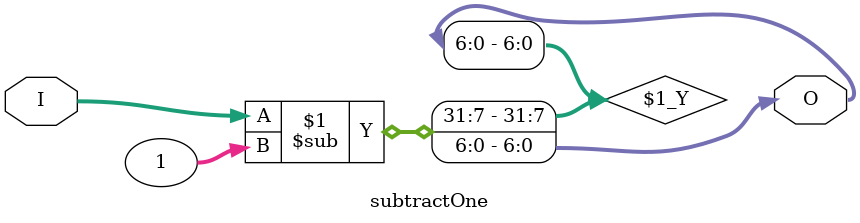
<source format=v>
module subtractOne
(
    input wire [6:0] I,
    output wire [6:0] O
);

assign O = I - 1;

endmodule

</source>
